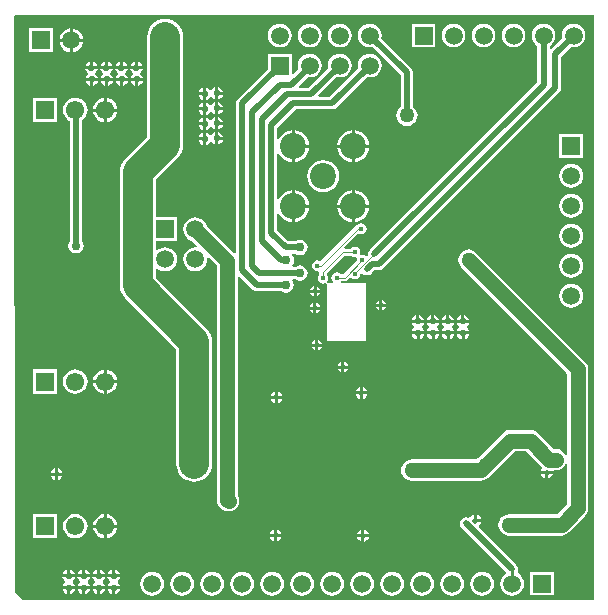
<source format=gbl>
G04*
G04 #@! TF.GenerationSoftware,Altium Limited,Altium Designer,18.0.11 (651)*
G04*
G04 Layer_Physical_Order=2*
G04 Layer_Color=16711680*
%FSLAX25Y25*%
%MOIN*%
G70*
G01*
G75*
%ADD13C,0.01000*%
%ADD50C,0.03000*%
%ADD55C,0.02000*%
%ADD56C,0.10000*%
%ADD57C,0.00300*%
%ADD58C,0.05000*%
%ADD59R,0.05906X0.05906*%
%ADD60C,0.05906*%
%ADD61C,0.08661*%
%ADD62R,0.05906X0.05906*%
%ADD63C,0.06102*%
%ADD64R,0.06102X0.06102*%
%ADD65C,0.05000*%
%ADD66C,0.02000*%
%ADD67C,0.01500*%
%ADD68C,0.02200*%
%ADD69C,0.07000*%
G36*
X196340Y-2600D02*
Y-197730D01*
X5960D01*
X3320Y-195090D01*
X3190Y-2944D01*
X3544Y-2590D01*
X196336D01*
X196340Y-2600D01*
D02*
G37*
%LPC*%
G36*
X22626Y-7103D02*
Y-10524D01*
X26047D01*
X25977Y-9992D01*
X25579Y-9030D01*
X24945Y-8204D01*
X24119Y-7571D01*
X23158Y-7173D01*
X22626Y-7103D01*
D02*
G37*
G36*
X21626D02*
X21094Y-7173D01*
X20133Y-7571D01*
X19307Y-8204D01*
X18673Y-9030D01*
X18275Y-9992D01*
X18205Y-10524D01*
X21626D01*
Y-7103D01*
D02*
G37*
G36*
X143480Y-5496D02*
X135575D01*
Y-13402D01*
X143480D01*
Y-5496D01*
D02*
G37*
G36*
X169528Y-5462D02*
X168496Y-5598D01*
X167534Y-5996D01*
X166708Y-6630D01*
X166075Y-7455D01*
X165676Y-8417D01*
X165541Y-9449D01*
X165676Y-10481D01*
X166075Y-11442D01*
X166708Y-12268D01*
X167534Y-12901D01*
X168496Y-13300D01*
X169528Y-13436D01*
X170559Y-13300D01*
X171521Y-12901D01*
X172347Y-12268D01*
X172980Y-11442D01*
X173379Y-10481D01*
X173514Y-9449D01*
X173379Y-8417D01*
X172980Y-7455D01*
X172347Y-6630D01*
X171521Y-5996D01*
X170559Y-5598D01*
X169528Y-5462D01*
D02*
G37*
G36*
X159528D02*
X158496Y-5598D01*
X157534Y-5996D01*
X156708Y-6630D01*
X156075Y-7455D01*
X155676Y-8417D01*
X155541Y-9449D01*
X155676Y-10481D01*
X156075Y-11442D01*
X156708Y-12268D01*
X157534Y-12901D01*
X158496Y-13300D01*
X159528Y-13436D01*
X160559Y-13300D01*
X161521Y-12901D01*
X162347Y-12268D01*
X162980Y-11442D01*
X163379Y-10481D01*
X163514Y-9449D01*
X163379Y-8417D01*
X162980Y-7455D01*
X162347Y-6630D01*
X161521Y-5996D01*
X160559Y-5598D01*
X159528Y-5462D01*
D02*
G37*
G36*
X149528D02*
X148496Y-5598D01*
X147534Y-5996D01*
X146708Y-6630D01*
X146075Y-7455D01*
X145677Y-8417D01*
X145541Y-9449D01*
X145677Y-10481D01*
X146075Y-11442D01*
X146708Y-12268D01*
X147534Y-12901D01*
X148496Y-13300D01*
X149528Y-13436D01*
X150559Y-13300D01*
X151521Y-12901D01*
X152347Y-12268D01*
X152980Y-11442D01*
X153379Y-10481D01*
X153514Y-9449D01*
X153379Y-8417D01*
X152980Y-7455D01*
X152347Y-6630D01*
X151521Y-5996D01*
X150559Y-5598D01*
X149528Y-5462D01*
D02*
G37*
G36*
X111575D02*
X110543Y-5598D01*
X109581Y-5996D01*
X108756Y-6630D01*
X108122Y-7455D01*
X107724Y-8417D01*
X107588Y-9449D01*
X107724Y-10481D01*
X108122Y-11442D01*
X108756Y-12268D01*
X109581Y-12901D01*
X110543Y-13300D01*
X111575Y-13436D01*
X112607Y-13300D01*
X113568Y-12901D01*
X114394Y-12268D01*
X115027Y-11442D01*
X115426Y-10481D01*
X115562Y-9449D01*
X115426Y-8417D01*
X115027Y-7455D01*
X114394Y-6630D01*
X113568Y-5996D01*
X112607Y-5598D01*
X111575Y-5462D01*
D02*
G37*
G36*
X101575D02*
X100543Y-5598D01*
X99581Y-5996D01*
X98756Y-6630D01*
X98122Y-7455D01*
X97724Y-8417D01*
X97588Y-9449D01*
X97724Y-10481D01*
X98122Y-11442D01*
X98756Y-12268D01*
X99581Y-12901D01*
X100543Y-13300D01*
X101575Y-13436D01*
X102607Y-13300D01*
X103568Y-12901D01*
X104394Y-12268D01*
X105027Y-11442D01*
X105426Y-10481D01*
X105562Y-9449D01*
X105426Y-8417D01*
X105027Y-7455D01*
X104394Y-6630D01*
X103568Y-5996D01*
X102607Y-5598D01*
X101575Y-5462D01*
D02*
G37*
G36*
X91575D02*
X90543Y-5598D01*
X89581Y-5996D01*
X88756Y-6630D01*
X88122Y-7455D01*
X87724Y-8417D01*
X87588Y-9449D01*
X87724Y-10481D01*
X88122Y-11442D01*
X88756Y-12268D01*
X89581Y-12901D01*
X90543Y-13300D01*
X91575Y-13436D01*
X92607Y-13300D01*
X93568Y-12901D01*
X94394Y-12268D01*
X95028Y-11442D01*
X95426Y-10481D01*
X95562Y-9449D01*
X95426Y-8417D01*
X95028Y-7455D01*
X94394Y-6630D01*
X93568Y-5996D01*
X92607Y-5598D01*
X91575Y-5462D01*
D02*
G37*
G36*
X189528D02*
X188496Y-5598D01*
X187534Y-5996D01*
X186708Y-6630D01*
X186075Y-7455D01*
X185677Y-8417D01*
X185541Y-9449D01*
X185669Y-10424D01*
X182067Y-14026D01*
X181567Y-13830D01*
Y-12866D01*
X182347Y-12268D01*
X182980Y-11442D01*
X183379Y-10481D01*
X183514Y-9449D01*
X183379Y-8417D01*
X182980Y-7455D01*
X182347Y-6630D01*
X181521Y-5996D01*
X180559Y-5598D01*
X179528Y-5462D01*
X178496Y-5598D01*
X177534Y-5996D01*
X176708Y-6630D01*
X176075Y-7455D01*
X175677Y-8417D01*
X175541Y-9449D01*
X175677Y-10481D01*
X176075Y-11442D01*
X176708Y-12268D01*
X177488Y-12866D01*
Y-25038D01*
X121809Y-80717D01*
X121628Y-80838D01*
X121186Y-81500D01*
X121031Y-82280D01*
X121104Y-82648D01*
X120707Y-83044D01*
X120342Y-83008D01*
X119763Y-82622D01*
X119080Y-82486D01*
X118690Y-82563D01*
X118607Y-82514D01*
X118305Y-82130D01*
X118404Y-81630D01*
X118269Y-80947D01*
X117882Y-80368D01*
X117303Y-79981D01*
X116620Y-79846D01*
X115937Y-79981D01*
X115358Y-80368D01*
X115299Y-80458D01*
X113334D01*
X113143Y-79996D01*
X117833Y-75305D01*
X118077Y-75468D01*
X118760Y-75604D01*
X119443Y-75468D01*
X120022Y-75082D01*
X120408Y-74503D01*
X120544Y-73820D01*
X120408Y-73137D01*
X120022Y-72558D01*
X119443Y-72171D01*
X118760Y-72036D01*
X118077Y-72171D01*
X117498Y-72558D01*
X117405Y-72698D01*
X117211Y-72737D01*
X116831Y-72991D01*
X105129Y-84693D01*
X104843Y-84501D01*
X104160Y-84366D01*
X103477Y-84501D01*
X102898Y-84888D01*
X102512Y-85467D01*
X102376Y-86150D01*
X102512Y-86833D01*
X102898Y-87412D01*
X103477Y-87799D01*
X104160Y-87934D01*
X104392Y-87888D01*
X104817Y-88310D01*
Y-89059D01*
X104728Y-89118D01*
X104341Y-89697D01*
X104206Y-90380D01*
X104341Y-91063D01*
X104728Y-91642D01*
X105307Y-92028D01*
X105990Y-92164D01*
X106673Y-92028D01*
X106775Y-91961D01*
X107250Y-92244D01*
X107250Y-92394D01*
X107240Y-110802D01*
X107240Y-111090D01*
X107390Y-111240D01*
X107678Y-111240D01*
X120280D01*
Y-92051D01*
X120249Y-92020D01*
X112207D01*
X111972Y-91520D01*
X112135Y-91322D01*
X113200D01*
X113649Y-91233D01*
X114029Y-90979D01*
X114929Y-90080D01*
X115426Y-90129D01*
X115448Y-90162D01*
X116027Y-90548D01*
X116710Y-90684D01*
X117393Y-90548D01*
X117972Y-90162D01*
X118359Y-89583D01*
X118494Y-88900D01*
X118652Y-88762D01*
X119168Y-88672D01*
X119830Y-89114D01*
X120610Y-89269D01*
X120790D01*
X121570Y-89114D01*
X122232Y-88672D01*
X123165Y-87739D01*
X124560D01*
X125340Y-87584D01*
X126002Y-87142D01*
X184812Y-28332D01*
X185254Y-27670D01*
X185409Y-26890D01*
Y-16451D01*
X188553Y-13307D01*
X189528Y-13436D01*
X190559Y-13300D01*
X191521Y-12901D01*
X192347Y-12268D01*
X192980Y-11442D01*
X193379Y-10481D01*
X193514Y-9449D01*
X193379Y-8417D01*
X192980Y-7455D01*
X192347Y-6630D01*
X191521Y-5996D01*
X190559Y-5598D01*
X189528Y-5462D01*
D02*
G37*
G36*
X26047Y-11524D02*
X22626D01*
Y-14945D01*
X23158Y-14875D01*
X24119Y-14476D01*
X24945Y-13843D01*
X25579Y-13017D01*
X25977Y-12055D01*
X26047Y-11524D01*
D02*
G37*
G36*
X21626D02*
X18205D01*
X18275Y-12055D01*
X18673Y-13017D01*
X19307Y-13843D01*
X20133Y-14476D01*
X21094Y-14875D01*
X21626Y-14945D01*
Y-11524D01*
D02*
G37*
G36*
X16079Y-7071D02*
X8173D01*
Y-14976D01*
X16079D01*
Y-7071D01*
D02*
G37*
G36*
X44340Y-18118D02*
Y-19660D01*
X45882D01*
X45818Y-19341D01*
X45354Y-18646D01*
X44659Y-18182D01*
X44340Y-18118D01*
D02*
G37*
G36*
X43340D02*
X43021Y-18182D01*
X42326Y-18646D01*
X41862Y-19341D01*
X41798Y-19660D01*
X43340D01*
Y-18118D01*
D02*
G37*
G36*
X39340D02*
Y-19660D01*
X40882D01*
X40818Y-19341D01*
X40354Y-18646D01*
X39659Y-18182D01*
X39340Y-18118D01*
D02*
G37*
G36*
X38340D02*
X38021Y-18182D01*
X37326Y-18646D01*
X36862Y-19341D01*
X36798Y-19660D01*
X38340D01*
Y-18118D01*
D02*
G37*
G36*
X34340D02*
Y-19660D01*
X35882D01*
X35818Y-19341D01*
X35354Y-18646D01*
X34659Y-18182D01*
X34340Y-18118D01*
D02*
G37*
G36*
X33340D02*
X33021Y-18182D01*
X32326Y-18646D01*
X31862Y-19341D01*
X31798Y-19660D01*
X33340D01*
Y-18118D01*
D02*
G37*
G36*
X29340D02*
Y-19660D01*
X30882D01*
X30818Y-19341D01*
X30354Y-18646D01*
X29659Y-18182D01*
X29340Y-18118D01*
D02*
G37*
G36*
X28340D02*
X28021Y-18182D01*
X27326Y-18646D01*
X26862Y-19341D01*
X26798Y-19660D01*
X28340D01*
Y-18118D01*
D02*
G37*
G36*
X121575Y-15462D02*
X120543Y-15598D01*
X119581Y-15996D01*
X118756Y-16630D01*
X118122Y-17455D01*
X117724Y-18417D01*
X117588Y-19449D01*
X117716Y-20424D01*
X108249Y-29891D01*
X104670D01*
X104479Y-29429D01*
X110600Y-23307D01*
X111575Y-23436D01*
X112607Y-23300D01*
X113568Y-22901D01*
X114394Y-22268D01*
X115027Y-21442D01*
X115426Y-20481D01*
X115562Y-19449D01*
X115426Y-18417D01*
X115027Y-17455D01*
X114394Y-16630D01*
X113568Y-15996D01*
X112607Y-15598D01*
X111575Y-15462D01*
X110543Y-15598D01*
X109581Y-15996D01*
X108756Y-16630D01*
X108122Y-17455D01*
X107724Y-18417D01*
X107588Y-19449D01*
X107716Y-20424D01*
X101339Y-26801D01*
X98116D01*
X97925Y-26339D01*
X100915Y-23349D01*
X101575Y-23436D01*
X102607Y-23300D01*
X103568Y-22901D01*
X104394Y-22268D01*
X105027Y-21442D01*
X105426Y-20481D01*
X105562Y-19449D01*
X105426Y-18417D01*
X105027Y-17455D01*
X104394Y-16630D01*
X103568Y-15996D01*
X102607Y-15598D01*
X101575Y-15462D01*
X100543Y-15598D01*
X99581Y-15996D01*
X98756Y-16630D01*
X98122Y-17455D01*
X97724Y-18417D01*
X97588Y-19449D01*
X97724Y-20481D01*
X97809Y-20687D01*
X95990Y-22507D01*
X95527Y-22315D01*
Y-15496D01*
X87622D01*
Y-20518D01*
X77608Y-30532D01*
X77166Y-31193D01*
X77011Y-31974D01*
Y-81841D01*
X76511Y-82048D01*
X67264Y-72801D01*
X66943Y-72027D01*
X66309Y-71201D01*
X65483Y-70567D01*
X64522Y-70169D01*
X63490Y-70033D01*
X62458Y-70169D01*
X61497Y-70567D01*
X60671Y-71201D01*
X60037Y-72027D01*
X59639Y-72988D01*
X59503Y-74020D01*
X59639Y-75052D01*
X60037Y-76013D01*
X60671Y-76839D01*
X61497Y-77473D01*
X62271Y-77794D01*
X64085Y-79607D01*
X63851Y-80081D01*
X63490Y-80033D01*
X62458Y-80169D01*
X61497Y-80567D01*
X60671Y-81201D01*
X60037Y-82027D01*
X59639Y-82988D01*
X59503Y-84020D01*
X59639Y-85052D01*
X60037Y-86013D01*
X60671Y-86839D01*
X61497Y-87473D01*
X62458Y-87871D01*
X63490Y-88007D01*
X64522Y-87871D01*
X65483Y-87473D01*
X66309Y-86839D01*
X66943Y-86013D01*
X67341Y-85052D01*
X67477Y-84020D01*
X67429Y-83659D01*
X67903Y-83425D01*
X70660Y-86182D01*
Y-137428D01*
X70590Y-137960D01*
Y-164140D01*
X70710Y-165054D01*
X71063Y-165905D01*
X71624Y-166636D01*
X72054Y-167066D01*
X72785Y-167627D01*
X73636Y-167980D01*
X74550Y-168100D01*
X75464Y-167980D01*
X76315Y-167627D01*
X77046Y-167066D01*
X77607Y-166335D01*
X77960Y-165484D01*
X78080Y-164570D01*
X77960Y-163656D01*
X77650Y-162909D01*
Y-138422D01*
X77720Y-137890D01*
Y-89927D01*
X78182Y-89736D01*
X82568Y-94122D01*
X83230Y-94564D01*
X84010Y-94719D01*
X84261Y-94669D01*
X92252D01*
X92725Y-94985D01*
X93700Y-95179D01*
X94675Y-94985D01*
X95502Y-94432D01*
X96055Y-93605D01*
X96249Y-92630D01*
X96055Y-91654D01*
X95651Y-91049D01*
X95917Y-90549D01*
X96747D01*
X97355Y-90955D01*
X98330Y-91149D01*
X99305Y-90955D01*
X100132Y-90402D01*
X100685Y-89575D01*
X100879Y-88600D01*
X100685Y-87625D01*
X100132Y-86798D01*
X99305Y-86245D01*
X98330Y-86051D01*
X97355Y-86245D01*
X97017Y-86471D01*
X96027D01*
X95777Y-85971D01*
X96195Y-85345D01*
X96389Y-84370D01*
X96195Y-83394D01*
X95697Y-82649D01*
X95848Y-82149D01*
X96912D01*
X97385Y-82465D01*
X98360Y-82659D01*
X99335Y-82465D01*
X100162Y-81912D01*
X100715Y-81085D01*
X100909Y-80110D01*
X100715Y-79135D01*
X100162Y-78308D01*
X99335Y-77755D01*
X98360Y-77561D01*
X97385Y-77755D01*
X96912Y-78071D01*
X94525D01*
X90819Y-74365D01*
Y-68900D01*
X91319Y-68801D01*
X91413Y-69028D01*
X92268Y-70142D01*
X93381Y-70996D01*
X94678Y-71533D01*
X95570Y-71651D01*
Y-66340D01*
Y-61029D01*
X94678Y-61146D01*
X93381Y-61683D01*
X92268Y-62538D01*
X91413Y-63651D01*
X91319Y-63879D01*
X90819Y-63779D01*
Y-48900D01*
X91319Y-48801D01*
X91413Y-49028D01*
X92268Y-50142D01*
X93381Y-50996D01*
X94678Y-51533D01*
X95570Y-51651D01*
Y-46340D01*
Y-41029D01*
X94678Y-41146D01*
X93381Y-41683D01*
X92268Y-42538D01*
X91413Y-43651D01*
X91319Y-43879D01*
X90819Y-43779D01*
Y-40115D01*
X96965Y-33969D01*
X109094D01*
X109874Y-33814D01*
X110536Y-33372D01*
X120600Y-23307D01*
X121575Y-23436D01*
X122607Y-23300D01*
X123568Y-22901D01*
X124394Y-22268D01*
X125028Y-21442D01*
X125426Y-20481D01*
X125562Y-19449D01*
X125426Y-18417D01*
X125028Y-17455D01*
X124394Y-16630D01*
X123568Y-15996D01*
X122607Y-15598D01*
X121575Y-15462D01*
D02*
G37*
G36*
X45882Y-20660D02*
X41798D01*
X41862Y-20979D01*
X42326Y-21674D01*
X42611Y-21864D01*
Y-22466D01*
X42416Y-22596D01*
X41952Y-23291D01*
X41888Y-23610D01*
X45972D01*
X45908Y-23291D01*
X45444Y-22596D01*
X45159Y-22406D01*
Y-21804D01*
X45354Y-21674D01*
X45818Y-20979D01*
X45882Y-20660D01*
D02*
G37*
G36*
X40882D02*
X36798D01*
X36862Y-20979D01*
X37326Y-21674D01*
X37611Y-21864D01*
Y-22466D01*
X37416Y-22596D01*
X36952Y-23291D01*
X36888Y-23610D01*
X40972D01*
X40908Y-23291D01*
X40444Y-22596D01*
X40159Y-22406D01*
Y-21804D01*
X40354Y-21674D01*
X40818Y-20979D01*
X40882Y-20660D01*
D02*
G37*
G36*
X35882D02*
X31798D01*
X31862Y-20979D01*
X32326Y-21674D01*
X32611Y-21864D01*
Y-22466D01*
X32416Y-22596D01*
X31952Y-23291D01*
X31888Y-23610D01*
X35972D01*
X35908Y-23291D01*
X35444Y-22596D01*
X35159Y-22406D01*
Y-21804D01*
X35354Y-21674D01*
X35818Y-20979D01*
X35882Y-20660D01*
D02*
G37*
G36*
X30882D02*
X26798D01*
X26862Y-20979D01*
X27326Y-21674D01*
X27611Y-21864D01*
Y-22466D01*
X27416Y-22596D01*
X26952Y-23291D01*
X26888Y-23610D01*
X30972D01*
X30908Y-23291D01*
X30444Y-22596D01*
X30159Y-22406D01*
Y-21804D01*
X30354Y-21674D01*
X30818Y-20979D01*
X30882Y-20660D01*
D02*
G37*
G36*
X45972Y-24610D02*
X44430D01*
Y-26152D01*
X44749Y-26088D01*
X45444Y-25624D01*
X45908Y-24929D01*
X45972Y-24610D01*
D02*
G37*
G36*
X43430D02*
X41888D01*
X41952Y-24929D01*
X42416Y-25624D01*
X43111Y-26088D01*
X43430Y-26152D01*
Y-24610D01*
D02*
G37*
G36*
X40972D02*
X39430D01*
Y-26152D01*
X39749Y-26088D01*
X40444Y-25624D01*
X40908Y-24929D01*
X40972Y-24610D01*
D02*
G37*
G36*
X38430D02*
X36888D01*
X36952Y-24929D01*
X37416Y-25624D01*
X38111Y-26088D01*
X38430Y-26152D01*
Y-24610D01*
D02*
G37*
G36*
X35972D02*
X34430D01*
Y-26152D01*
X34749Y-26088D01*
X35444Y-25624D01*
X35908Y-24929D01*
X35972Y-24610D01*
D02*
G37*
G36*
X33430D02*
X31888D01*
X31952Y-24929D01*
X32416Y-25624D01*
X33111Y-26088D01*
X33430Y-26152D01*
Y-24610D01*
D02*
G37*
G36*
X30972D02*
X29430D01*
Y-26152D01*
X29749Y-26088D01*
X30444Y-25624D01*
X30908Y-24929D01*
X30972Y-24610D01*
D02*
G37*
G36*
X28430D02*
X26888D01*
X26952Y-24929D01*
X27416Y-25624D01*
X28111Y-26088D01*
X28430Y-26152D01*
Y-24610D01*
D02*
G37*
G36*
X70090Y-26668D02*
X69771Y-26732D01*
X69076Y-27196D01*
X68886Y-27481D01*
X68284D01*
X68154Y-27286D01*
X67459Y-26822D01*
X67140Y-26758D01*
Y-28800D01*
Y-30842D01*
X67459Y-30778D01*
X68154Y-30314D01*
X68344Y-30029D01*
X68946D01*
X69076Y-30224D01*
X69771Y-30688D01*
X70090Y-30752D01*
Y-28710D01*
Y-26668D01*
D02*
G37*
G36*
X71090D02*
Y-28210D01*
X72632D01*
X72568Y-27891D01*
X72104Y-27196D01*
X71409Y-26732D01*
X71090Y-26668D01*
D02*
G37*
G36*
X66140Y-26758D02*
X65821Y-26822D01*
X65126Y-27286D01*
X64662Y-27981D01*
X64598Y-28300D01*
X66140D01*
Y-26758D01*
D02*
G37*
G36*
X72632Y-29210D02*
X71090D01*
Y-30752D01*
X71409Y-30688D01*
X72104Y-30224D01*
X72568Y-29529D01*
X72632Y-29210D01*
D02*
G37*
G36*
X66140Y-29300D02*
X64598D01*
X64662Y-29619D01*
X65126Y-30314D01*
X65821Y-30778D01*
X66140Y-30842D01*
Y-29300D01*
D02*
G37*
G36*
X70090Y-31668D02*
X69771Y-31732D01*
X69076Y-32196D01*
X68886Y-32481D01*
X68284D01*
X68154Y-32286D01*
X67459Y-31822D01*
X67140Y-31758D01*
Y-33800D01*
Y-35842D01*
X67459Y-35778D01*
X68154Y-35314D01*
X68344Y-35029D01*
X68946D01*
X69076Y-35224D01*
X69771Y-35688D01*
X70090Y-35752D01*
Y-33710D01*
Y-31668D01*
D02*
G37*
G36*
X71090D02*
Y-33210D01*
X72632D01*
X72568Y-32891D01*
X72104Y-32196D01*
X71409Y-31732D01*
X71090Y-31668D01*
D02*
G37*
G36*
X66140Y-31758D02*
X65821Y-31822D01*
X65126Y-32286D01*
X64662Y-32981D01*
X64598Y-33300D01*
X66140D01*
Y-31758D01*
D02*
G37*
G36*
X33965Y-30270D02*
Y-33790D01*
X37485D01*
X37411Y-33232D01*
X37003Y-32247D01*
X36354Y-31401D01*
X35508Y-30751D01*
X34522Y-30343D01*
X33965Y-30270D01*
D02*
G37*
G36*
X32965D02*
X32407Y-30343D01*
X31422Y-30751D01*
X30575Y-31401D01*
X29926Y-32247D01*
X29518Y-33232D01*
X29444Y-33790D01*
X32965D01*
Y-30270D01*
D02*
G37*
G36*
X72632Y-34210D02*
X71090D01*
Y-35752D01*
X71409Y-35688D01*
X72104Y-35224D01*
X72568Y-34529D01*
X72632Y-34210D01*
D02*
G37*
G36*
X66140Y-34300D02*
X64598D01*
X64662Y-34619D01*
X65126Y-35314D01*
X65821Y-35778D01*
X66140Y-35842D01*
Y-34300D01*
D02*
G37*
G36*
X70090Y-36668D02*
X69771Y-36732D01*
X69076Y-37196D01*
X68886Y-37481D01*
X68284D01*
X68154Y-37286D01*
X67459Y-36822D01*
X67140Y-36758D01*
Y-38800D01*
Y-40842D01*
X67459Y-40778D01*
X68154Y-40314D01*
X68344Y-40029D01*
X68946D01*
X69076Y-40224D01*
X69771Y-40688D01*
X70090Y-40752D01*
Y-38710D01*
Y-36668D01*
D02*
G37*
G36*
X71090D02*
Y-38210D01*
X72632D01*
X72568Y-37891D01*
X72104Y-37196D01*
X71409Y-36732D01*
X71090Y-36668D01*
D02*
G37*
G36*
X66140Y-36758D02*
X65821Y-36822D01*
X65126Y-37286D01*
X64662Y-37981D01*
X64598Y-38300D01*
X66140D01*
Y-36758D01*
D02*
G37*
G36*
X37485Y-34790D02*
X33965D01*
Y-38310D01*
X34522Y-38237D01*
X35508Y-37829D01*
X36354Y-37179D01*
X37003Y-36333D01*
X37411Y-35348D01*
X37485Y-34790D01*
D02*
G37*
G36*
X32965D02*
X29444D01*
X29518Y-35348D01*
X29926Y-36333D01*
X30575Y-37179D01*
X31422Y-37829D01*
X32407Y-38237D01*
X32965Y-38310D01*
Y-34790D01*
D02*
G37*
G36*
X17516Y-30239D02*
X9413D01*
Y-38341D01*
X17516D01*
Y-30239D01*
D02*
G37*
G36*
X121575Y-5462D02*
X120543Y-5598D01*
X119581Y-5996D01*
X118756Y-6630D01*
X118122Y-7455D01*
X117724Y-8417D01*
X117588Y-9449D01*
X117724Y-10481D01*
X118122Y-11442D01*
X118756Y-12268D01*
X119581Y-12901D01*
X120543Y-13300D01*
X121575Y-13436D01*
X122549Y-13307D01*
X131864Y-22622D01*
Y-33268D01*
X131504Y-33544D01*
X130943Y-34275D01*
X130590Y-35126D01*
X130470Y-36040D01*
X130590Y-36954D01*
X130943Y-37805D01*
X131504Y-38536D01*
X132235Y-39097D01*
X133086Y-39450D01*
X134000Y-39570D01*
X134914Y-39450D01*
X135765Y-39097D01*
X136496Y-38536D01*
X137057Y-37805D01*
X137410Y-36954D01*
X137530Y-36040D01*
X137410Y-35126D01*
X137057Y-34275D01*
X136496Y-33544D01*
X135942Y-33119D01*
Y-21777D01*
X135787Y-20997D01*
X135345Y-20335D01*
X125433Y-10424D01*
X125562Y-9449D01*
X125426Y-8417D01*
X125028Y-7455D01*
X124394Y-6630D01*
X123568Y-5996D01*
X122607Y-5598D01*
X121575Y-5462D01*
D02*
G37*
G36*
X72632Y-39210D02*
X71090D01*
Y-40752D01*
X71409Y-40688D01*
X72104Y-40224D01*
X72568Y-39529D01*
X72632Y-39210D01*
D02*
G37*
G36*
X66140Y-39300D02*
X64598D01*
X64662Y-39619D01*
X65126Y-40314D01*
X65821Y-40778D01*
X66140Y-40842D01*
Y-39300D01*
D02*
G37*
G36*
X70090Y-41668D02*
X69771Y-41732D01*
X69076Y-42196D01*
X68886Y-42481D01*
X68284D01*
X68154Y-42286D01*
X67459Y-41822D01*
X67140Y-41758D01*
Y-43800D01*
Y-45842D01*
X67459Y-45778D01*
X68154Y-45314D01*
X68344Y-45029D01*
X68946D01*
X69076Y-45224D01*
X69771Y-45688D01*
X70090Y-45752D01*
Y-43710D01*
Y-41668D01*
D02*
G37*
G36*
X71090D02*
Y-43210D01*
X72632D01*
X72568Y-42891D01*
X72104Y-42196D01*
X71409Y-41732D01*
X71090Y-41668D01*
D02*
G37*
G36*
X66140Y-41758D02*
X65821Y-41822D01*
X65126Y-42286D01*
X64662Y-42981D01*
X64598Y-43300D01*
X66140D01*
Y-41758D01*
D02*
G37*
G36*
X72632Y-44210D02*
X71090D01*
Y-45752D01*
X71409Y-45688D01*
X72104Y-45224D01*
X72568Y-44529D01*
X72632Y-44210D01*
D02*
G37*
G36*
X116570Y-41029D02*
Y-45840D01*
X121381D01*
X121263Y-44948D01*
X120726Y-43651D01*
X119872Y-42538D01*
X118758Y-41683D01*
X117461Y-41146D01*
X116570Y-41029D01*
D02*
G37*
G36*
X96570D02*
Y-45840D01*
X101381D01*
X101263Y-44948D01*
X100726Y-43651D01*
X99872Y-42538D01*
X98758Y-41683D01*
X97461Y-41146D01*
X96570Y-41029D01*
D02*
G37*
G36*
X115570D02*
X114678Y-41146D01*
X113381Y-41683D01*
X112268Y-42538D01*
X111413Y-43651D01*
X110876Y-44948D01*
X110759Y-45840D01*
X115570D01*
Y-41029D01*
D02*
G37*
G36*
X66140Y-44300D02*
X64598D01*
X64662Y-44619D01*
X65126Y-45314D01*
X65821Y-45778D01*
X66140Y-45842D01*
Y-44300D01*
D02*
G37*
G36*
X192693Y-42220D02*
X184787D01*
Y-50125D01*
X192693D01*
Y-42220D01*
D02*
G37*
G36*
X121381Y-46840D02*
X116570D01*
Y-51651D01*
X117461Y-51533D01*
X118758Y-50996D01*
X119872Y-50142D01*
X120726Y-49028D01*
X121263Y-47731D01*
X121381Y-46840D01*
D02*
G37*
G36*
X101381D02*
X96570D01*
Y-51651D01*
X97461Y-51533D01*
X98758Y-50996D01*
X99872Y-50142D01*
X100726Y-49028D01*
X101263Y-47731D01*
X101381Y-46840D01*
D02*
G37*
G36*
X115570D02*
X110759D01*
X110876Y-47731D01*
X111413Y-49028D01*
X112268Y-50142D01*
X113381Y-50996D01*
X114678Y-51533D01*
X115570Y-51651D01*
Y-46840D01*
D02*
G37*
G36*
X188740Y-52186D02*
X187708Y-52321D01*
X186747Y-52720D01*
X185921Y-53353D01*
X185287Y-54179D01*
X184889Y-55141D01*
X184753Y-56172D01*
X184889Y-57204D01*
X185287Y-58166D01*
X185921Y-58992D01*
X186747Y-59625D01*
X187708Y-60023D01*
X188740Y-60159D01*
X189772Y-60023D01*
X190734Y-59625D01*
X191559Y-58992D01*
X192193Y-58166D01*
X192591Y-57204D01*
X192727Y-56172D01*
X192591Y-55141D01*
X192193Y-54179D01*
X191559Y-53353D01*
X190734Y-52720D01*
X189772Y-52321D01*
X188740Y-52186D01*
D02*
G37*
G36*
X106070Y-50963D02*
X104678Y-51147D01*
X103382Y-51684D01*
X102268Y-52538D01*
X101414Y-53652D01*
X100876Y-54948D01*
X100693Y-56340D01*
X100876Y-57732D01*
X101414Y-59028D01*
X102268Y-60142D01*
X103382Y-60996D01*
X104678Y-61533D01*
X106070Y-61717D01*
X107462Y-61533D01*
X108758Y-60996D01*
X109872Y-60142D01*
X110726Y-59028D01*
X111264Y-57732D01*
X111447Y-56340D01*
X111264Y-54948D01*
X110726Y-53652D01*
X109872Y-52538D01*
X108758Y-51684D01*
X107462Y-51147D01*
X106070Y-50963D01*
D02*
G37*
G36*
X96570Y-61029D02*
Y-65840D01*
X101381D01*
X101263Y-64948D01*
X100726Y-63651D01*
X99872Y-62538D01*
X98758Y-61683D01*
X97461Y-61146D01*
X96570Y-61029D01*
D02*
G37*
G36*
X116570D02*
Y-65840D01*
X121381D01*
X121263Y-64948D01*
X120726Y-63651D01*
X119872Y-62538D01*
X118758Y-61683D01*
X117461Y-61146D01*
X116570Y-61029D01*
D02*
G37*
G36*
X115570D02*
X114678Y-61146D01*
X113381Y-61683D01*
X112268Y-62538D01*
X111413Y-63651D01*
X110876Y-64948D01*
X110759Y-65840D01*
X115570D01*
Y-61029D01*
D02*
G37*
G36*
X188740Y-62186D02*
X187708Y-62321D01*
X186747Y-62720D01*
X185921Y-63353D01*
X185287Y-64179D01*
X184889Y-65141D01*
X184753Y-66172D01*
X184889Y-67204D01*
X185287Y-68166D01*
X185921Y-68992D01*
X186747Y-69625D01*
X187708Y-70024D01*
X188740Y-70159D01*
X189772Y-70024D01*
X190734Y-69625D01*
X191559Y-68992D01*
X192193Y-68166D01*
X192591Y-67204D01*
X192727Y-66172D01*
X192591Y-65141D01*
X192193Y-64179D01*
X191559Y-63353D01*
X190734Y-62720D01*
X189772Y-62321D01*
X188740Y-62186D01*
D02*
G37*
G36*
X121381Y-66840D02*
X116570D01*
Y-71651D01*
X117461Y-71533D01*
X118758Y-70996D01*
X119872Y-70142D01*
X120726Y-69028D01*
X121263Y-67731D01*
X121381Y-66840D01*
D02*
G37*
G36*
X101381D02*
X96570D01*
Y-71651D01*
X97461Y-71533D01*
X98758Y-70996D01*
X99872Y-70142D01*
X100726Y-69028D01*
X101263Y-67731D01*
X101381Y-66840D01*
D02*
G37*
G36*
X115570D02*
X110759D01*
X110876Y-67731D01*
X111413Y-69028D01*
X112268Y-70142D01*
X113381Y-70996D01*
X114678Y-71533D01*
X115570Y-71651D01*
Y-66840D01*
D02*
G37*
G36*
X188740Y-72186D02*
X187708Y-72321D01*
X186747Y-72720D01*
X185921Y-73353D01*
X185287Y-74179D01*
X184889Y-75141D01*
X184753Y-76172D01*
X184889Y-77204D01*
X185287Y-78166D01*
X185921Y-78992D01*
X186747Y-79625D01*
X187708Y-80023D01*
X188740Y-80159D01*
X189772Y-80023D01*
X190734Y-79625D01*
X191559Y-78992D01*
X192193Y-78166D01*
X192591Y-77204D01*
X192727Y-76172D01*
X192591Y-75141D01*
X192193Y-74179D01*
X191559Y-73353D01*
X190734Y-72720D01*
X189772Y-72321D01*
X188740Y-72186D01*
D02*
G37*
G36*
X23465Y-30204D02*
X22407Y-30343D01*
X21421Y-30751D01*
X20575Y-31401D01*
X19926Y-32247D01*
X19518Y-33232D01*
X19378Y-34290D01*
X19518Y-35348D01*
X19926Y-36333D01*
X20575Y-37179D01*
X21421Y-37829D01*
X21701Y-37944D01*
Y-78042D01*
X21385Y-78514D01*
X21191Y-79490D01*
X21385Y-80465D01*
X21938Y-81292D01*
X22764Y-81845D01*
X23740Y-82039D01*
X24715Y-81845D01*
X25542Y-81292D01*
X26095Y-80465D01*
X26289Y-79490D01*
X26095Y-78514D01*
X25779Y-78042D01*
Y-37620D01*
X26354Y-37179D01*
X27003Y-36333D01*
X27411Y-35348D01*
X27551Y-34290D01*
X27411Y-33232D01*
X27003Y-32247D01*
X26354Y-31401D01*
X25508Y-30751D01*
X24522Y-30343D01*
X23465Y-30204D01*
D02*
G37*
G36*
X53450Y-3801D02*
X52274Y-3917D01*
X51143Y-4260D01*
X50100Y-4817D01*
X49187Y-5567D01*
X48437Y-6481D01*
X47880Y-7523D01*
X47537Y-8654D01*
X47421Y-9830D01*
Y-43343D01*
X40047Y-50717D01*
X39297Y-51630D01*
X38740Y-52673D01*
X38397Y-53804D01*
X38281Y-54980D01*
Y-92690D01*
X38397Y-93866D01*
X38740Y-94997D01*
X39297Y-96039D01*
X40047Y-96953D01*
X57081Y-113987D01*
Y-152160D01*
X57197Y-153336D01*
X57540Y-154467D01*
X58097Y-155509D01*
X58847Y-156423D01*
X59760Y-157173D01*
X60803Y-157730D01*
X61934Y-158073D01*
X63110Y-158189D01*
X64286Y-158073D01*
X65417Y-157730D01*
X66460Y-157173D01*
X67373Y-156423D01*
X68123Y-155509D01*
X68680Y-154467D01*
X69023Y-153336D01*
X69139Y-152160D01*
Y-111490D01*
X69023Y-110314D01*
X68680Y-109183D01*
X68123Y-108141D01*
X67373Y-107227D01*
X67373Y-107227D01*
X50339Y-90193D01*
Y-87188D01*
X50839Y-86968D01*
X51497Y-87473D01*
X52458Y-87871D01*
X53490Y-88007D01*
X54522Y-87871D01*
X55483Y-87473D01*
X56309Y-86839D01*
X56943Y-86013D01*
X57341Y-85052D01*
X57477Y-84020D01*
X57341Y-82988D01*
X56943Y-82027D01*
X56309Y-81201D01*
X55483Y-80567D01*
X54522Y-80169D01*
X53490Y-80033D01*
X52458Y-80169D01*
X51497Y-80567D01*
X50839Y-81072D01*
X50339Y-80852D01*
Y-77973D01*
X57443D01*
Y-70067D01*
X50339D01*
Y-57477D01*
X57713Y-50103D01*
X58463Y-49190D01*
X59020Y-48147D01*
X59363Y-47016D01*
X59479Y-45840D01*
Y-9830D01*
X59363Y-8654D01*
X59020Y-7523D01*
X58463Y-6481D01*
X57713Y-5567D01*
X56800Y-4817D01*
X55757Y-4260D01*
X54626Y-3917D01*
X53450Y-3801D01*
D02*
G37*
G36*
X188740Y-82186D02*
X187708Y-82321D01*
X186747Y-82720D01*
X185921Y-83353D01*
X185287Y-84179D01*
X184889Y-85141D01*
X184753Y-86172D01*
X184889Y-87204D01*
X185287Y-88166D01*
X185921Y-88992D01*
X186747Y-89625D01*
X187708Y-90023D01*
X188740Y-90159D01*
X189772Y-90023D01*
X190734Y-89625D01*
X191559Y-88992D01*
X192193Y-88166D01*
X192591Y-87204D01*
X192727Y-86172D01*
X192591Y-85141D01*
X192193Y-84179D01*
X191559Y-83353D01*
X190734Y-82720D01*
X189772Y-82321D01*
X188740Y-82186D01*
D02*
G37*
G36*
X103980Y-93035D02*
Y-94220D01*
X105165D01*
X105129Y-94037D01*
X104742Y-93458D01*
X104163Y-93072D01*
X103980Y-93035D01*
D02*
G37*
G36*
X102980D02*
X102797Y-93072D01*
X102218Y-93458D01*
X101831Y-94037D01*
X101795Y-94220D01*
X102980D01*
Y-93035D01*
D02*
G37*
G36*
X105165Y-95220D02*
X103980D01*
Y-96405D01*
X104163Y-96368D01*
X104742Y-95982D01*
X105129Y-95403D01*
X105165Y-95220D01*
D02*
G37*
G36*
X102980D02*
X101795D01*
X101831Y-95403D01*
X102218Y-95982D01*
X102797Y-96368D01*
X102980Y-96405D01*
Y-95220D01*
D02*
G37*
G36*
X125750Y-97725D02*
Y-98910D01*
X126935D01*
X126899Y-98727D01*
X126512Y-98148D01*
X125933Y-97761D01*
X125750Y-97725D01*
D02*
G37*
G36*
X124750D02*
X124567Y-97761D01*
X123988Y-98148D01*
X123601Y-98727D01*
X123565Y-98910D01*
X124750D01*
Y-97725D01*
D02*
G37*
G36*
X103800Y-98605D02*
Y-99790D01*
X104985D01*
X104948Y-99607D01*
X104562Y-99028D01*
X103983Y-98642D01*
X103800Y-98605D01*
D02*
G37*
G36*
X102800D02*
X102617Y-98642D01*
X102038Y-99028D01*
X101652Y-99607D01*
X101615Y-99790D01*
X102800D01*
Y-98605D01*
D02*
G37*
G36*
X188740Y-92186D02*
X187708Y-92321D01*
X186747Y-92720D01*
X185921Y-93353D01*
X185287Y-94179D01*
X184889Y-95141D01*
X184753Y-96172D01*
X184889Y-97204D01*
X185287Y-98166D01*
X185921Y-98992D01*
X186747Y-99625D01*
X187708Y-100023D01*
X188740Y-100159D01*
X189772Y-100023D01*
X190734Y-99625D01*
X191559Y-98992D01*
X192193Y-98166D01*
X192591Y-97204D01*
X192727Y-96172D01*
X192591Y-95141D01*
X192193Y-94179D01*
X191559Y-93353D01*
X190734Y-92720D01*
X189772Y-92321D01*
X188740Y-92186D01*
D02*
G37*
G36*
X126935Y-99910D02*
X125750D01*
Y-101095D01*
X125933Y-101058D01*
X126512Y-100672D01*
X126899Y-100093D01*
X126935Y-99910D01*
D02*
G37*
G36*
X124750D02*
X123565D01*
X123601Y-100093D01*
X123988Y-100672D01*
X124567Y-101058D01*
X124750Y-101095D01*
Y-99910D01*
D02*
G37*
G36*
X104985Y-100790D02*
X103800D01*
Y-101975D01*
X103983Y-101938D01*
X104562Y-101552D01*
X104948Y-100973D01*
X104985Y-100790D01*
D02*
G37*
G36*
X102800D02*
X101615D01*
X101652Y-100973D01*
X102038Y-101552D01*
X102617Y-101938D01*
X102800Y-101975D01*
Y-100790D01*
D02*
G37*
G36*
X153110Y-102618D02*
Y-104160D01*
X154652D01*
X154588Y-103841D01*
X154124Y-103146D01*
X153429Y-102682D01*
X153110Y-102618D01*
D02*
G37*
G36*
X152110D02*
X151791Y-102682D01*
X151096Y-103146D01*
X150632Y-103841D01*
X150568Y-104160D01*
X152110D01*
Y-102618D01*
D02*
G37*
G36*
X148110D02*
Y-104160D01*
X149652D01*
X149588Y-103841D01*
X149124Y-103146D01*
X148429Y-102682D01*
X148110Y-102618D01*
D02*
G37*
G36*
X147110D02*
X146791Y-102682D01*
X146096Y-103146D01*
X145632Y-103841D01*
X145568Y-104160D01*
X147110D01*
Y-102618D01*
D02*
G37*
G36*
X143110D02*
Y-104160D01*
X144652D01*
X144588Y-103841D01*
X144124Y-103146D01*
X143429Y-102682D01*
X143110Y-102618D01*
D02*
G37*
G36*
X142110D02*
X141791Y-102682D01*
X141096Y-103146D01*
X140632Y-103841D01*
X140568Y-104160D01*
X142110D01*
Y-102618D01*
D02*
G37*
G36*
X138110D02*
Y-104160D01*
X139652D01*
X139588Y-103841D01*
X139124Y-103146D01*
X138429Y-102682D01*
X138110Y-102618D01*
D02*
G37*
G36*
X137110D02*
X136791Y-102682D01*
X136096Y-103146D01*
X135632Y-103841D01*
X135568Y-104160D01*
X137110D01*
Y-102618D01*
D02*
G37*
G36*
X154652Y-105160D02*
X150568D01*
X150632Y-105479D01*
X151096Y-106174D01*
X151381Y-106364D01*
Y-106966D01*
X151186Y-107096D01*
X150722Y-107791D01*
X150658Y-108110D01*
X154742D01*
X154678Y-107791D01*
X154214Y-107096D01*
X153929Y-106906D01*
Y-106304D01*
X154124Y-106174D01*
X154588Y-105479D01*
X154652Y-105160D01*
D02*
G37*
G36*
X149652D02*
X145568D01*
X145632Y-105479D01*
X146096Y-106174D01*
X146381Y-106364D01*
Y-106966D01*
X146186Y-107096D01*
X145722Y-107791D01*
X145658Y-108110D01*
X149742D01*
X149678Y-107791D01*
X149214Y-107096D01*
X148929Y-106906D01*
Y-106304D01*
X149124Y-106174D01*
X149588Y-105479D01*
X149652Y-105160D01*
D02*
G37*
G36*
X144652D02*
X140568D01*
X140632Y-105479D01*
X141096Y-106174D01*
X141381Y-106364D01*
Y-106966D01*
X141186Y-107096D01*
X140722Y-107791D01*
X140658Y-108110D01*
X144742D01*
X144678Y-107791D01*
X144214Y-107096D01*
X143929Y-106906D01*
Y-106304D01*
X144124Y-106174D01*
X144588Y-105479D01*
X144652Y-105160D01*
D02*
G37*
G36*
X139652D02*
X135568D01*
X135632Y-105479D01*
X136096Y-106174D01*
X136381Y-106364D01*
Y-106966D01*
X136186Y-107096D01*
X135722Y-107791D01*
X135658Y-108110D01*
X139742D01*
X139678Y-107791D01*
X139214Y-107096D01*
X138929Y-106906D01*
Y-106304D01*
X139124Y-106174D01*
X139588Y-105479D01*
X139652Y-105160D01*
D02*
G37*
G36*
X154742Y-109110D02*
X153200D01*
Y-110652D01*
X153519Y-110588D01*
X154214Y-110124D01*
X154678Y-109429D01*
X154742Y-109110D01*
D02*
G37*
G36*
X152200D02*
X150658D01*
X150722Y-109429D01*
X151186Y-110124D01*
X151881Y-110588D01*
X152200Y-110652D01*
Y-109110D01*
D02*
G37*
G36*
X149742D02*
X148200D01*
Y-110652D01*
X148519Y-110588D01*
X149214Y-110124D01*
X149678Y-109429D01*
X149742Y-109110D01*
D02*
G37*
G36*
X147200D02*
X145658D01*
X145722Y-109429D01*
X146186Y-110124D01*
X146881Y-110588D01*
X147200Y-110652D01*
Y-109110D01*
D02*
G37*
G36*
X144742D02*
X143200D01*
Y-110652D01*
X143519Y-110588D01*
X144214Y-110124D01*
X144678Y-109429D01*
X144742Y-109110D01*
D02*
G37*
G36*
X142200D02*
X140658D01*
X140722Y-109429D01*
X141186Y-110124D01*
X141881Y-110588D01*
X142200Y-110652D01*
Y-109110D01*
D02*
G37*
G36*
X139742D02*
X138200D01*
Y-110652D01*
X138519Y-110588D01*
X139214Y-110124D01*
X139678Y-109429D01*
X139742Y-109110D01*
D02*
G37*
G36*
X137200D02*
X135658D01*
X135722Y-109429D01*
X136186Y-110124D01*
X136881Y-110588D01*
X137200Y-110652D01*
Y-109110D01*
D02*
G37*
G36*
X104420Y-111005D02*
Y-112190D01*
X105605D01*
X105569Y-112007D01*
X105182Y-111428D01*
X104603Y-111041D01*
X104420Y-111005D01*
D02*
G37*
G36*
X103420D02*
X103237Y-111041D01*
X102658Y-111428D01*
X102271Y-112007D01*
X102235Y-112190D01*
X103420D01*
Y-111005D01*
D02*
G37*
G36*
X105605Y-113190D02*
X104420D01*
Y-114375D01*
X104603Y-114339D01*
X105182Y-113952D01*
X105569Y-113373D01*
X105605Y-113190D01*
D02*
G37*
G36*
X103420D02*
X102235D01*
X102271Y-113373D01*
X102658Y-113952D01*
X103237Y-114339D01*
X103420Y-114375D01*
Y-113190D01*
D02*
G37*
G36*
X113130Y-118295D02*
Y-119480D01*
X114315D01*
X114278Y-119297D01*
X113892Y-118718D01*
X113313Y-118332D01*
X113130Y-118295D01*
D02*
G37*
G36*
X112130D02*
X111947Y-118332D01*
X111368Y-118718D01*
X110982Y-119297D01*
X110945Y-119480D01*
X112130D01*
Y-118295D01*
D02*
G37*
G36*
X114315Y-120480D02*
X113130D01*
Y-121665D01*
X113313Y-121628D01*
X113892Y-121242D01*
X114278Y-120663D01*
X114315Y-120480D01*
D02*
G37*
G36*
X112130D02*
X110945D01*
X110982Y-120663D01*
X111368Y-121242D01*
X111947Y-121628D01*
X112130Y-121665D01*
Y-120480D01*
D02*
G37*
G36*
X33965Y-120783D02*
Y-124303D01*
X37485D01*
X37411Y-123746D01*
X37003Y-122760D01*
X36354Y-121914D01*
X35508Y-121265D01*
X34522Y-120856D01*
X33965Y-120783D01*
D02*
G37*
G36*
X32965D02*
X32407Y-120856D01*
X31422Y-121265D01*
X30575Y-121914D01*
X29926Y-122760D01*
X29518Y-123746D01*
X29444Y-124303D01*
X32965D01*
Y-120783D01*
D02*
G37*
G36*
X119350Y-126650D02*
Y-128090D01*
X120790D01*
X120734Y-127810D01*
X120292Y-127148D01*
X119630Y-126706D01*
X119350Y-126650D01*
D02*
G37*
G36*
X118350D02*
X118070Y-126706D01*
X117408Y-127148D01*
X116966Y-127810D01*
X116910Y-128090D01*
X118350D01*
Y-126650D01*
D02*
G37*
G36*
X37485Y-125303D02*
X33965D01*
Y-128823D01*
X34522Y-128750D01*
X35508Y-128342D01*
X36354Y-127692D01*
X37003Y-126846D01*
X37411Y-125861D01*
X37485Y-125303D01*
D02*
G37*
G36*
X32965D02*
X29444D01*
X29518Y-125861D01*
X29926Y-126846D01*
X30575Y-127692D01*
X31422Y-128342D01*
X32407Y-128750D01*
X32965Y-128823D01*
Y-125303D01*
D02*
G37*
G36*
X17516Y-120752D02*
X9413D01*
Y-128854D01*
X17516D01*
Y-120752D01*
D02*
G37*
G36*
X23465Y-120717D02*
X22407Y-120856D01*
X21421Y-121265D01*
X20575Y-121914D01*
X19926Y-122760D01*
X19518Y-123746D01*
X19378Y-124803D01*
X19518Y-125861D01*
X19926Y-126846D01*
X20575Y-127692D01*
X21421Y-128342D01*
X22407Y-128750D01*
X23465Y-128889D01*
X24522Y-128750D01*
X25508Y-128342D01*
X26354Y-127692D01*
X27003Y-126846D01*
X27411Y-125861D01*
X27551Y-124803D01*
X27411Y-123746D01*
X27003Y-122760D01*
X26354Y-121914D01*
X25508Y-121265D01*
X24522Y-120856D01*
X23465Y-120717D01*
D02*
G37*
G36*
X91020Y-128100D02*
Y-129540D01*
X92460D01*
X92404Y-129260D01*
X91962Y-128598D01*
X91300Y-128156D01*
X91020Y-128100D01*
D02*
G37*
G36*
X90020D02*
X89740Y-128156D01*
X89078Y-128598D01*
X88636Y-129260D01*
X88580Y-129540D01*
X90020D01*
Y-128100D01*
D02*
G37*
G36*
X120790Y-129090D02*
X119350D01*
Y-130530D01*
X119630Y-130474D01*
X120292Y-130032D01*
X120734Y-129370D01*
X120790Y-129090D01*
D02*
G37*
G36*
X118350D02*
X116910D01*
X116966Y-129370D01*
X117408Y-130032D01*
X118070Y-130474D01*
X118350Y-130530D01*
Y-129090D01*
D02*
G37*
G36*
X92460Y-130540D02*
X91020D01*
Y-131980D01*
X91300Y-131924D01*
X91962Y-131482D01*
X92404Y-130820D01*
X92460Y-130540D01*
D02*
G37*
G36*
X90020D02*
X88580D01*
X88636Y-130820D01*
X89078Y-131482D01*
X89740Y-131924D01*
X90020Y-131980D01*
Y-130540D01*
D02*
G37*
G36*
X154610Y-80750D02*
X153696Y-80870D01*
X152845Y-81223D01*
X152114Y-81784D01*
X151553Y-82515D01*
X151200Y-83366D01*
X151080Y-84280D01*
X151200Y-85194D01*
X151553Y-86045D01*
X152114Y-86776D01*
X187460Y-122122D01*
Y-149477D01*
X186960Y-149576D01*
X186727Y-149015D01*
X186166Y-148284D01*
X185435Y-147723D01*
X184584Y-147370D01*
X183670Y-147250D01*
X182952D01*
X177696Y-141994D01*
X176965Y-141433D01*
X176114Y-141080D01*
X175200Y-140960D01*
X168410D01*
X167496Y-141080D01*
X166645Y-141433D01*
X165914Y-141994D01*
X157784Y-150124D01*
X157148Y-150760D01*
X135600D01*
X134686Y-150880D01*
X133835Y-151233D01*
X133104Y-151794D01*
X132543Y-152525D01*
X132190Y-153376D01*
X132070Y-154290D01*
X132190Y-155204D01*
X132543Y-156055D01*
X133104Y-156786D01*
X133835Y-157347D01*
X134686Y-157700D01*
X135600Y-157820D01*
X158610D01*
X159524Y-157700D01*
X160375Y-157347D01*
X161106Y-156786D01*
X162776Y-155116D01*
X169872Y-148020D01*
X173738D01*
X178958Y-153240D01*
X179158Y-153708D01*
X178716Y-154370D01*
X178660Y-154650D01*
X182703D01*
X182982Y-154310D01*
X183670D01*
X184584Y-154190D01*
X185435Y-153837D01*
X186166Y-153276D01*
X186727Y-152545D01*
X186960Y-151984D01*
X187460Y-152083D01*
Y-165528D01*
X183918Y-169070D01*
X167990D01*
X167076Y-169190D01*
X166225Y-169543D01*
X165494Y-170104D01*
X164933Y-170835D01*
X164580Y-171686D01*
X164460Y-172600D01*
X164580Y-173514D01*
X164933Y-174365D01*
X165494Y-175096D01*
X166225Y-175657D01*
X167076Y-176010D01*
X167990Y-176130D01*
X185380D01*
X186294Y-176010D01*
X187145Y-175657D01*
X187876Y-175096D01*
X193486Y-169486D01*
X194047Y-168755D01*
X194400Y-167904D01*
X194520Y-166990D01*
X194520Y-166990D01*
Y-120660D01*
X194400Y-119746D01*
X194047Y-118895D01*
X193486Y-118164D01*
X157106Y-81784D01*
X156375Y-81223D01*
X155524Y-80870D01*
X154610Y-80750D01*
D02*
G37*
G36*
X17700Y-153720D02*
Y-155160D01*
X19140D01*
X19084Y-154880D01*
X18642Y-154218D01*
X17980Y-153776D01*
X17700Y-153720D01*
D02*
G37*
G36*
X16700D02*
X16420Y-153776D01*
X15758Y-154218D01*
X15316Y-154880D01*
X15260Y-155160D01*
X16700D01*
Y-153720D01*
D02*
G37*
G36*
X182540Y-155650D02*
X181100D01*
Y-157090D01*
X181380Y-157034D01*
X182042Y-156592D01*
X182484Y-155930D01*
X182540Y-155650D01*
D02*
G37*
G36*
X180100D02*
X178660D01*
X178716Y-155930D01*
X179158Y-156592D01*
X179820Y-157034D01*
X180100Y-157090D01*
Y-155650D01*
D02*
G37*
G36*
X19140Y-156160D02*
X17700D01*
Y-157600D01*
X17980Y-157544D01*
X18642Y-157102D01*
X19084Y-156440D01*
X19140Y-156160D01*
D02*
G37*
G36*
X16700D02*
X15260D01*
X15316Y-156440D01*
X15758Y-157102D01*
X16420Y-157544D01*
X16700Y-157600D01*
Y-156160D01*
D02*
G37*
G36*
X156340Y-169210D02*
X156060Y-169266D01*
X155398Y-169708D01*
X155175Y-170042D01*
X154520Y-170206D01*
X153740Y-170051D01*
X152960Y-170206D01*
X152298Y-170648D01*
X151856Y-171310D01*
X151701Y-172090D01*
X151856Y-172871D01*
X152298Y-173532D01*
X166982Y-188216D01*
X166875Y-188816D01*
X166236Y-189307D01*
X165602Y-190132D01*
X165204Y-191094D01*
X165068Y-192126D01*
X165204Y-193158D01*
X165602Y-194119D01*
X166236Y-194945D01*
X167062Y-195579D01*
X168023Y-195977D01*
X169055Y-196113D01*
X170087Y-195977D01*
X171049Y-195579D01*
X171874Y-194945D01*
X172508Y-194119D01*
X172906Y-193158D01*
X173042Y-192126D01*
X172906Y-191094D01*
X172508Y-190132D01*
X171874Y-189307D01*
X171049Y-188673D01*
X170913Y-188225D01*
X170939Y-188186D01*
X171094Y-187405D01*
X170939Y-186625D01*
X170497Y-185963D01*
X157949Y-173416D01*
X158013Y-172772D01*
X158282Y-172592D01*
X158724Y-171930D01*
X158780Y-171650D01*
X156840D01*
Y-171150D01*
X156340D01*
Y-169210D01*
D02*
G37*
G36*
X157340D02*
Y-170650D01*
X158780D01*
X158724Y-170370D01*
X158282Y-169708D01*
X157620Y-169266D01*
X157340Y-169210D01*
D02*
G37*
G36*
X33965Y-168980D02*
Y-172500D01*
X37485D01*
X37411Y-171942D01*
X37003Y-170957D01*
X36354Y-170111D01*
X35508Y-169461D01*
X34522Y-169053D01*
X33965Y-168980D01*
D02*
G37*
G36*
X32965D02*
X32407Y-169053D01*
X31422Y-169461D01*
X30575Y-170111D01*
X29926Y-170957D01*
X29518Y-171942D01*
X29444Y-172500D01*
X32965D01*
Y-168980D01*
D02*
G37*
G36*
X90700Y-174170D02*
Y-175610D01*
X92140D01*
X92084Y-175330D01*
X91642Y-174668D01*
X90980Y-174226D01*
X90700Y-174170D01*
D02*
G37*
G36*
X89700D02*
X89420Y-174226D01*
X88758Y-174668D01*
X88316Y-175330D01*
X88260Y-175610D01*
X89700D01*
Y-174170D01*
D02*
G37*
G36*
X119840Y-174250D02*
Y-175690D01*
X121280D01*
X121224Y-175410D01*
X120782Y-174748D01*
X120120Y-174306D01*
X119840Y-174250D01*
D02*
G37*
G36*
X118840D02*
X118560Y-174306D01*
X117898Y-174748D01*
X117456Y-175410D01*
X117400Y-175690D01*
X118840D01*
Y-174250D01*
D02*
G37*
G36*
X37485Y-173500D02*
X33965D01*
Y-177020D01*
X34522Y-176947D01*
X35508Y-176539D01*
X36354Y-175889D01*
X37003Y-175043D01*
X37411Y-174058D01*
X37485Y-173500D01*
D02*
G37*
G36*
X32965D02*
X29444D01*
X29518Y-174058D01*
X29926Y-175043D01*
X30575Y-175889D01*
X31422Y-176539D01*
X32407Y-176947D01*
X32965Y-177020D01*
Y-173500D01*
D02*
G37*
G36*
X17516Y-168949D02*
X9413D01*
Y-177051D01*
X17516D01*
Y-168949D01*
D02*
G37*
G36*
X23465Y-168914D02*
X22407Y-169053D01*
X21421Y-169461D01*
X20575Y-170111D01*
X19926Y-170957D01*
X19518Y-171942D01*
X19378Y-173000D01*
X19518Y-174058D01*
X19926Y-175043D01*
X20575Y-175889D01*
X21421Y-176539D01*
X22407Y-176947D01*
X23465Y-177086D01*
X24522Y-176947D01*
X25508Y-176539D01*
X26354Y-175889D01*
X27003Y-175043D01*
X27411Y-174058D01*
X27551Y-173000D01*
X27411Y-171942D01*
X27003Y-170957D01*
X26354Y-170111D01*
X25508Y-169461D01*
X24522Y-169053D01*
X23465Y-168914D01*
D02*
G37*
G36*
X92140Y-176610D02*
X90700D01*
Y-178050D01*
X90980Y-177994D01*
X91642Y-177552D01*
X92084Y-176890D01*
X92140Y-176610D01*
D02*
G37*
G36*
X89700D02*
X88260D01*
X88316Y-176890D01*
X88758Y-177552D01*
X89420Y-177994D01*
X89700Y-178050D01*
Y-176610D01*
D02*
G37*
G36*
X121280Y-176690D02*
X119840D01*
Y-178130D01*
X120120Y-178074D01*
X120782Y-177632D01*
X121224Y-176970D01*
X121280Y-176690D01*
D02*
G37*
G36*
X118840D02*
X117400D01*
X117456Y-176970D01*
X117898Y-177632D01*
X118560Y-178074D01*
X118840Y-178130D01*
Y-176690D01*
D02*
G37*
G36*
X36720Y-187528D02*
Y-189070D01*
X38262D01*
X38198Y-188751D01*
X37734Y-188056D01*
X37039Y-187592D01*
X36720Y-187528D01*
D02*
G37*
G36*
X35720D02*
X35401Y-187592D01*
X34706Y-188056D01*
X34242Y-188751D01*
X34178Y-189070D01*
X35720D01*
Y-187528D01*
D02*
G37*
G36*
X31720D02*
Y-189070D01*
X33262D01*
X33198Y-188751D01*
X32734Y-188056D01*
X32039Y-187592D01*
X31720Y-187528D01*
D02*
G37*
G36*
X30720D02*
X30401Y-187592D01*
X29706Y-188056D01*
X29242Y-188751D01*
X29178Y-189070D01*
X30720D01*
Y-187528D01*
D02*
G37*
G36*
X26720D02*
Y-189070D01*
X28262D01*
X28198Y-188751D01*
X27734Y-188056D01*
X27039Y-187592D01*
X26720Y-187528D01*
D02*
G37*
G36*
X25720D02*
X25401Y-187592D01*
X24706Y-188056D01*
X24242Y-188751D01*
X24178Y-189070D01*
X25720D01*
Y-187528D01*
D02*
G37*
G36*
X21720D02*
Y-189070D01*
X23262D01*
X23198Y-188751D01*
X22734Y-188056D01*
X22039Y-187592D01*
X21720Y-187528D01*
D02*
G37*
G36*
X20720D02*
X20401Y-187592D01*
X19706Y-188056D01*
X19242Y-188751D01*
X19178Y-189070D01*
X20720D01*
Y-187528D01*
D02*
G37*
G36*
X38262Y-190070D02*
X34178D01*
X34242Y-190389D01*
X34706Y-191084D01*
X34991Y-191274D01*
Y-191876D01*
X34796Y-192006D01*
X34332Y-192701D01*
X34268Y-193020D01*
X38352D01*
X38288Y-192701D01*
X37824Y-192006D01*
X37539Y-191816D01*
Y-191214D01*
X37734Y-191084D01*
X38198Y-190389D01*
X38262Y-190070D01*
D02*
G37*
G36*
X33262D02*
X29178D01*
X29242Y-190389D01*
X29706Y-191084D01*
X29991Y-191274D01*
Y-191876D01*
X29796Y-192006D01*
X29332Y-192701D01*
X29268Y-193020D01*
X33352D01*
X33288Y-192701D01*
X32824Y-192006D01*
X32539Y-191816D01*
Y-191214D01*
X32734Y-191084D01*
X33198Y-190389D01*
X33262Y-190070D01*
D02*
G37*
G36*
X28262D02*
X24178D01*
X24242Y-190389D01*
X24706Y-191084D01*
X24991Y-191274D01*
Y-191876D01*
X24796Y-192006D01*
X24332Y-192701D01*
X24268Y-193020D01*
X28352D01*
X28288Y-192701D01*
X27824Y-192006D01*
X27539Y-191816D01*
Y-191214D01*
X27734Y-191084D01*
X28198Y-190389D01*
X28262Y-190070D01*
D02*
G37*
G36*
X23262D02*
X19178D01*
X19242Y-190389D01*
X19706Y-191084D01*
X19991Y-191274D01*
Y-191876D01*
X19796Y-192006D01*
X19332Y-192701D01*
X19268Y-193020D01*
X23352D01*
X23288Y-192701D01*
X22824Y-192006D01*
X22539Y-191816D01*
Y-191214D01*
X22734Y-191084D01*
X23198Y-190389D01*
X23262Y-190070D01*
D02*
G37*
G36*
X38352Y-194020D02*
X36810D01*
Y-195562D01*
X37129Y-195498D01*
X37824Y-195034D01*
X38288Y-194339D01*
X38352Y-194020D01*
D02*
G37*
G36*
X35810D02*
X34268D01*
X34332Y-194339D01*
X34796Y-195034D01*
X35491Y-195498D01*
X35810Y-195562D01*
Y-194020D01*
D02*
G37*
G36*
X33352D02*
X31810D01*
Y-195562D01*
X32129Y-195498D01*
X32824Y-195034D01*
X33288Y-194339D01*
X33352Y-194020D01*
D02*
G37*
G36*
X30810D02*
X29268D01*
X29332Y-194339D01*
X29796Y-195034D01*
X30491Y-195498D01*
X30810Y-195562D01*
Y-194020D01*
D02*
G37*
G36*
X28352D02*
X26810D01*
Y-195562D01*
X27129Y-195498D01*
X27824Y-195034D01*
X28288Y-194339D01*
X28352Y-194020D01*
D02*
G37*
G36*
X25810D02*
X24268D01*
X24332Y-194339D01*
X24796Y-195034D01*
X25491Y-195498D01*
X25810Y-195562D01*
Y-194020D01*
D02*
G37*
G36*
X23352D02*
X21810D01*
Y-195562D01*
X22129Y-195498D01*
X22824Y-195034D01*
X23288Y-194339D01*
X23352Y-194020D01*
D02*
G37*
G36*
X20810D02*
X19268D01*
X19332Y-194339D01*
X19796Y-195034D01*
X20491Y-195498D01*
X20810Y-195562D01*
Y-194020D01*
D02*
G37*
G36*
X183008Y-188173D02*
X175102D01*
Y-196079D01*
X183008D01*
Y-188173D01*
D02*
G37*
G36*
X159055Y-188139D02*
X158023Y-188275D01*
X157062Y-188673D01*
X156236Y-189307D01*
X155602Y-190132D01*
X155204Y-191094D01*
X155068Y-192126D01*
X155204Y-193158D01*
X155602Y-194119D01*
X156236Y-194945D01*
X157062Y-195579D01*
X158023Y-195977D01*
X159055Y-196113D01*
X160087Y-195977D01*
X161049Y-195579D01*
X161874Y-194945D01*
X162508Y-194119D01*
X162906Y-193158D01*
X163042Y-192126D01*
X162906Y-191094D01*
X162508Y-190132D01*
X161874Y-189307D01*
X161049Y-188673D01*
X160087Y-188275D01*
X159055Y-188139D01*
D02*
G37*
G36*
X149055D02*
X148023Y-188275D01*
X147062Y-188673D01*
X146236Y-189307D01*
X145602Y-190132D01*
X145204Y-191094D01*
X145068Y-192126D01*
X145204Y-193158D01*
X145602Y-194119D01*
X146236Y-194945D01*
X147062Y-195579D01*
X148023Y-195977D01*
X149055Y-196113D01*
X150087Y-195977D01*
X151049Y-195579D01*
X151874Y-194945D01*
X152508Y-194119D01*
X152906Y-193158D01*
X153042Y-192126D01*
X152906Y-191094D01*
X152508Y-190132D01*
X151874Y-189307D01*
X151049Y-188673D01*
X150087Y-188275D01*
X149055Y-188139D01*
D02*
G37*
G36*
X139055D02*
X138023Y-188275D01*
X137062Y-188673D01*
X136236Y-189307D01*
X135602Y-190132D01*
X135204Y-191094D01*
X135068Y-192126D01*
X135204Y-193158D01*
X135602Y-194119D01*
X136236Y-194945D01*
X137062Y-195579D01*
X138023Y-195977D01*
X139055Y-196113D01*
X140087Y-195977D01*
X141049Y-195579D01*
X141874Y-194945D01*
X142508Y-194119D01*
X142906Y-193158D01*
X143042Y-192126D01*
X142906Y-191094D01*
X142508Y-190132D01*
X141874Y-189307D01*
X141049Y-188673D01*
X140087Y-188275D01*
X139055Y-188139D01*
D02*
G37*
G36*
X129055D02*
X128023Y-188275D01*
X127062Y-188673D01*
X126236Y-189307D01*
X125602Y-190132D01*
X125204Y-191094D01*
X125068Y-192126D01*
X125204Y-193158D01*
X125602Y-194119D01*
X126236Y-194945D01*
X127062Y-195579D01*
X128023Y-195977D01*
X129055Y-196113D01*
X130087Y-195977D01*
X131049Y-195579D01*
X131874Y-194945D01*
X132508Y-194119D01*
X132906Y-193158D01*
X133042Y-192126D01*
X132906Y-191094D01*
X132508Y-190132D01*
X131874Y-189307D01*
X131049Y-188673D01*
X130087Y-188275D01*
X129055Y-188139D01*
D02*
G37*
G36*
X119055D02*
X118023Y-188275D01*
X117062Y-188673D01*
X116236Y-189307D01*
X115602Y-190132D01*
X115204Y-191094D01*
X115068Y-192126D01*
X115204Y-193158D01*
X115602Y-194119D01*
X116236Y-194945D01*
X117062Y-195579D01*
X118023Y-195977D01*
X119055Y-196113D01*
X120087Y-195977D01*
X121049Y-195579D01*
X121874Y-194945D01*
X122508Y-194119D01*
X122906Y-193158D01*
X123042Y-192126D01*
X122906Y-191094D01*
X122508Y-190132D01*
X121874Y-189307D01*
X121049Y-188673D01*
X120087Y-188275D01*
X119055Y-188139D01*
D02*
G37*
G36*
X109055D02*
X108023Y-188275D01*
X107062Y-188673D01*
X106236Y-189307D01*
X105602Y-190132D01*
X105204Y-191094D01*
X105068Y-192126D01*
X105204Y-193158D01*
X105602Y-194119D01*
X106236Y-194945D01*
X107062Y-195579D01*
X108023Y-195977D01*
X109055Y-196113D01*
X110087Y-195977D01*
X111049Y-195579D01*
X111874Y-194945D01*
X112508Y-194119D01*
X112906Y-193158D01*
X113042Y-192126D01*
X112906Y-191094D01*
X112508Y-190132D01*
X111874Y-189307D01*
X111049Y-188673D01*
X110087Y-188275D01*
X109055Y-188139D01*
D02*
G37*
G36*
X99055D02*
X98023Y-188275D01*
X97062Y-188673D01*
X96236Y-189307D01*
X95602Y-190132D01*
X95204Y-191094D01*
X95068Y-192126D01*
X95204Y-193158D01*
X95602Y-194119D01*
X96236Y-194945D01*
X97062Y-195579D01*
X98023Y-195977D01*
X99055Y-196113D01*
X100087Y-195977D01*
X101049Y-195579D01*
X101874Y-194945D01*
X102508Y-194119D01*
X102906Y-193158D01*
X103042Y-192126D01*
X102906Y-191094D01*
X102508Y-190132D01*
X101874Y-189307D01*
X101049Y-188673D01*
X100087Y-188275D01*
X99055Y-188139D01*
D02*
G37*
G36*
X89055D02*
X88023Y-188275D01*
X87062Y-188673D01*
X86236Y-189307D01*
X85602Y-190132D01*
X85204Y-191094D01*
X85068Y-192126D01*
X85204Y-193158D01*
X85602Y-194119D01*
X86236Y-194945D01*
X87062Y-195579D01*
X88023Y-195977D01*
X89055Y-196113D01*
X90087Y-195977D01*
X91049Y-195579D01*
X91874Y-194945D01*
X92508Y-194119D01*
X92906Y-193158D01*
X93042Y-192126D01*
X92906Y-191094D01*
X92508Y-190132D01*
X91874Y-189307D01*
X91049Y-188673D01*
X90087Y-188275D01*
X89055Y-188139D01*
D02*
G37*
G36*
X79055D02*
X78023Y-188275D01*
X77062Y-188673D01*
X76236Y-189307D01*
X75602Y-190132D01*
X75204Y-191094D01*
X75068Y-192126D01*
X75204Y-193158D01*
X75602Y-194119D01*
X76236Y-194945D01*
X77062Y-195579D01*
X78023Y-195977D01*
X79055Y-196113D01*
X80087Y-195977D01*
X81049Y-195579D01*
X81874Y-194945D01*
X82508Y-194119D01*
X82906Y-193158D01*
X83042Y-192126D01*
X82906Y-191094D01*
X82508Y-190132D01*
X81874Y-189307D01*
X81049Y-188673D01*
X80087Y-188275D01*
X79055Y-188139D01*
D02*
G37*
G36*
X69055D02*
X68023Y-188275D01*
X67062Y-188673D01*
X66236Y-189307D01*
X65602Y-190132D01*
X65204Y-191094D01*
X65068Y-192126D01*
X65204Y-193158D01*
X65602Y-194119D01*
X66236Y-194945D01*
X67062Y-195579D01*
X68023Y-195977D01*
X69055Y-196113D01*
X70087Y-195977D01*
X71049Y-195579D01*
X71874Y-194945D01*
X72508Y-194119D01*
X72906Y-193158D01*
X73042Y-192126D01*
X72906Y-191094D01*
X72508Y-190132D01*
X71874Y-189307D01*
X71049Y-188673D01*
X70087Y-188275D01*
X69055Y-188139D01*
D02*
G37*
G36*
X59055D02*
X58023Y-188275D01*
X57062Y-188673D01*
X56236Y-189307D01*
X55602Y-190132D01*
X55204Y-191094D01*
X55068Y-192126D01*
X55204Y-193158D01*
X55602Y-194119D01*
X56236Y-194945D01*
X57062Y-195579D01*
X58023Y-195977D01*
X59055Y-196113D01*
X60087Y-195977D01*
X61049Y-195579D01*
X61874Y-194945D01*
X62508Y-194119D01*
X62906Y-193158D01*
X63042Y-192126D01*
X62906Y-191094D01*
X62508Y-190132D01*
X61874Y-189307D01*
X61049Y-188673D01*
X60087Y-188275D01*
X59055Y-188139D01*
D02*
G37*
G36*
X49055D02*
X48023Y-188275D01*
X47062Y-188673D01*
X46236Y-189307D01*
X45602Y-190132D01*
X45204Y-191094D01*
X45068Y-192126D01*
X45204Y-193158D01*
X45602Y-194119D01*
X46236Y-194945D01*
X47062Y-195579D01*
X48023Y-195977D01*
X49055Y-196113D01*
X50087Y-195977D01*
X51049Y-195579D01*
X51874Y-194945D01*
X52508Y-194119D01*
X52906Y-193158D01*
X53042Y-192126D01*
X52906Y-191094D01*
X52508Y-190132D01*
X51874Y-189307D01*
X51049Y-188673D01*
X50087Y-188275D01*
X49055Y-188139D01*
D02*
G37*
%LPD*%
G36*
X115358Y-82892D02*
X115937Y-83279D01*
X116620Y-83414D01*
X117010Y-83337D01*
X117093Y-83386D01*
X117395Y-83770D01*
X117296Y-84270D01*
X117317Y-84375D01*
X112714Y-88977D01*
X111921D01*
X111862Y-88888D01*
X111283Y-88502D01*
X110600Y-88366D01*
X109917Y-88502D01*
X109338Y-88888D01*
X108951Y-89467D01*
X108816Y-90150D01*
X108951Y-90833D01*
X109338Y-91412D01*
X109500Y-91520D01*
X109349Y-92020D01*
X107659D01*
X107554Y-92020D01*
X107485Y-91933D01*
X107423Y-91765D01*
X107333Y-91520D01*
X107639Y-91063D01*
X107774Y-90380D01*
X107639Y-89697D01*
X107252Y-89118D01*
X107336Y-88622D01*
X113156Y-82802D01*
X115299D01*
X115358Y-82892D01*
D02*
G37*
D13*
X169055Y-192126D02*
Y-187405D01*
D50*
X93700Y-92630D02*
D03*
X93840Y-84370D02*
D03*
X98360Y-80110D02*
D03*
X98330Y-88600D02*
D03*
X23740Y-79490D02*
D03*
D55*
X124560Y-85700D02*
X183370Y-26890D01*
Y-15606D02*
X189528Y-9449D01*
X183370Y-26890D02*
Y-15606D01*
X121575Y-9449D02*
X133903Y-21777D01*
Y-35943D02*
X134000Y-36040D01*
X133903Y-35943D02*
Y-21777D01*
X120610Y-87230D02*
X120790D01*
X122320Y-85700D01*
X23740Y-79490D02*
Y-34565D01*
X23465Y-34290D02*
X23740Y-34565D01*
X84080Y-92630D02*
X93700D01*
X84070Y-92620D02*
X84080Y-92630D01*
X84010Y-92680D02*
X84070Y-92620D01*
X79050Y-87720D02*
X84010Y-92680D01*
X92060Y-84370D02*
X93840D01*
X85630Y-77940D02*
X92060Y-84370D01*
X122320Y-85700D02*
X124560D01*
X123130Y-82280D02*
X179528Y-25882D01*
X123070Y-82280D02*
X123130D01*
X179528Y-25882D02*
Y-9449D01*
X109094Y-31930D02*
X121575Y-19449D01*
X96120Y-31930D02*
X109094D01*
X88780Y-39270D02*
X96120Y-31930D01*
X88780Y-75210D02*
Y-39270D01*
Y-75210D02*
X93680Y-80110D01*
X98360D01*
X102184Y-28840D02*
X111575Y-19449D01*
X93870Y-28840D02*
X102184D01*
X93870Y-28900D02*
Y-28840D01*
X85630Y-37140D02*
X93870Y-28900D01*
X85630Y-77940D02*
Y-37140D01*
X101575Y-19805D02*
Y-19449D01*
X95400Y-25980D02*
X101575Y-19805D01*
X91550Y-25980D02*
X95400D01*
X82420Y-35110D02*
X91550Y-25980D01*
X82420Y-86220D02*
Y-35110D01*
X84710Y-88510D02*
X98240D01*
X82420Y-86220D02*
X84710Y-88510D01*
X79050Y-31974D02*
X91575Y-19449D01*
X79050Y-87720D02*
Y-31974D01*
X98240Y-88510D02*
X98330Y-88600D01*
X153740Y-172090D02*
X169055Y-187405D01*
D56*
X53450Y-45840D02*
Y-9830D01*
X44310Y-54980D02*
X53450Y-45840D01*
X44310Y-92690D02*
Y-54980D01*
X63110Y-152160D02*
Y-111490D01*
X44310Y-92690D02*
X63110Y-111490D01*
D57*
X113200Y-90150D02*
X119080Y-84270D01*
X110600Y-90150D02*
X113200D01*
X105990Y-88310D02*
X112670Y-81630D01*
X105990Y-90380D02*
Y-88310D01*
X104160Y-86150D02*
X105330D01*
X117660Y-73820D01*
X116710Y-88700D02*
X123070Y-82340D01*
X116710Y-88900D02*
Y-88700D01*
X123070Y-82340D02*
Y-82280D01*
X117660Y-73820D02*
X118760D01*
X112670Y-81630D02*
X116620D01*
D58*
X167990Y-172600D02*
X185380D01*
X185530Y-172450D01*
X175200Y-144490D02*
X181490Y-150780D01*
X183670D01*
X168410Y-144490D02*
X175200D01*
X160280Y-152620D02*
X168410Y-144490D01*
X154610Y-84280D02*
X190990Y-120660D01*
Y-166990D02*
Y-120660D01*
X185530Y-172450D02*
X190990Y-166990D01*
X74120Y-164140D02*
X74550Y-164570D01*
X74120Y-164140D02*
Y-137960D01*
X158610Y-154290D02*
X160280Y-152620D01*
X135600Y-154290D02*
X158610D01*
X74120Y-137960D02*
X74190Y-137890D01*
Y-84720D01*
X63490Y-74020D02*
X74190Y-84720D01*
D59*
X179055Y-192126D02*
D03*
X139528Y-9449D02*
D03*
X91575Y-19449D02*
D03*
X12126Y-11024D02*
D03*
D60*
X169055Y-192126D02*
D03*
X159055D02*
D03*
X149055D02*
D03*
X139055D02*
D03*
X129055D02*
D03*
X119055D02*
D03*
X109055D02*
D03*
X99055D02*
D03*
X89055D02*
D03*
X79055D02*
D03*
X69055D02*
D03*
X59055D02*
D03*
X49055D02*
D03*
X189528Y-9449D02*
D03*
X179528D02*
D03*
X169528D02*
D03*
X159528D02*
D03*
X149528D02*
D03*
X91575D02*
D03*
X101575Y-19449D02*
D03*
Y-9449D02*
D03*
X111575Y-19449D02*
D03*
Y-9449D02*
D03*
X121575Y-19449D02*
D03*
Y-9449D02*
D03*
X63490Y-84020D02*
D03*
X53490D02*
D03*
X63490Y-74020D02*
D03*
X188740Y-56172D02*
D03*
Y-66172D02*
D03*
Y-76172D02*
D03*
Y-86172D02*
D03*
Y-96172D02*
D03*
X22126Y-11024D02*
D03*
D61*
X96070Y-46340D02*
D03*
X116070D02*
D03*
Y-66340D02*
D03*
X96070D02*
D03*
X106070Y-56340D02*
D03*
D62*
X53490Y-74020D02*
D03*
X188740Y-46172D02*
D03*
D63*
X33465Y-124803D02*
D03*
X23465D02*
D03*
X33465Y-173000D02*
D03*
X23465D02*
D03*
X33465Y-34290D02*
D03*
X23465D02*
D03*
D64*
X13465Y-124803D02*
D03*
Y-173000D02*
D03*
Y-34290D02*
D03*
D65*
X134000Y-36040D02*
D03*
X167990Y-172600D02*
D03*
X183670Y-150780D02*
D03*
X154610Y-84280D02*
D03*
X185530Y-172450D02*
D03*
X74550Y-164570D02*
D03*
X135600Y-154290D02*
D03*
X160280Y-152620D02*
D03*
D66*
X119340Y-176190D02*
D03*
X180600Y-155150D02*
D03*
X118850Y-128590D02*
D03*
X17200Y-155660D02*
D03*
X90520Y-130040D02*
D03*
X90200Y-176110D02*
D03*
X156840Y-171150D02*
D03*
X153740Y-172090D02*
D03*
D67*
X110600Y-90150D02*
D03*
X105990Y-90380D02*
D03*
X104160Y-86150D02*
D03*
X116710Y-88900D02*
D03*
X119080Y-84270D02*
D03*
X120610Y-87230D02*
D03*
X103480Y-94720D02*
D03*
X103920Y-112690D02*
D03*
X103300Y-100290D02*
D03*
X125250Y-99410D02*
D03*
X112630Y-119980D02*
D03*
X118760Y-73820D02*
D03*
X116620Y-81630D02*
D03*
D68*
X36220Y-189570D02*
D03*
X31220D02*
D03*
X26220D02*
D03*
X21220D02*
D03*
X21310Y-193520D02*
D03*
X26310D02*
D03*
X31310D02*
D03*
X36310D02*
D03*
X66640Y-28800D02*
D03*
Y-33800D02*
D03*
Y-38800D02*
D03*
Y-43800D02*
D03*
X70590Y-43710D02*
D03*
Y-38710D02*
D03*
Y-33710D02*
D03*
Y-28710D02*
D03*
X43840Y-20160D02*
D03*
X38840D02*
D03*
X33840D02*
D03*
X28840D02*
D03*
X28930Y-24110D02*
D03*
X33930D02*
D03*
X38930D02*
D03*
X43930D02*
D03*
X152700Y-108610D02*
D03*
X147700D02*
D03*
X142700D02*
D03*
X137700D02*
D03*
X137610Y-104660D02*
D03*
X142610D02*
D03*
X147610D02*
D03*
X152610D02*
D03*
D69*
X53450Y-9830D02*
D03*
X63110Y-152160D02*
D03*
M02*

</source>
